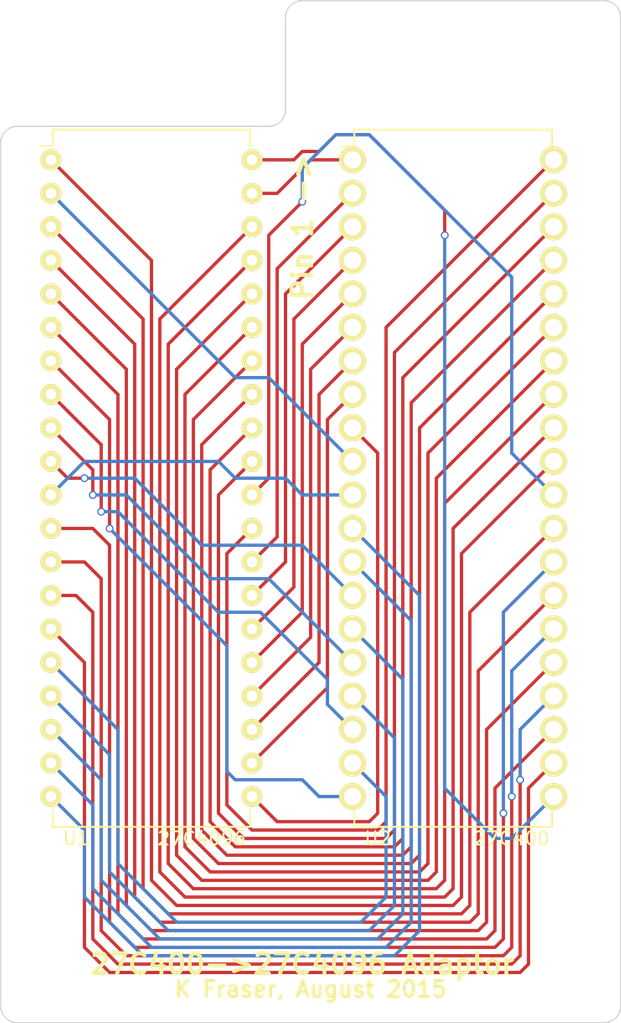
<source format=kicad_pcb>
(kicad_pcb (version 4) (host pcbnew "(after 2015-may-25 BZR unknown)-product")

  (general
    (links 40)
    (no_connects 0)
    (area 114.249999 52.019999 161.340001 129.590001)
    (thickness 1.6)
    (drawings 15)
    (tracks 262)
    (zones 0)
    (modules 2)
    (nets 41)
  )

  (page A4)
  (layers
    (0 F.Cu signal)
    (31 B.Cu signal)
    (32 B.Adhes user)
    (33 F.Adhes user)
    (34 B.Paste user)
    (35 F.Paste user)
    (36 B.SilkS user)
    (37 F.SilkS user)
    (38 B.Mask user)
    (39 F.Mask user)
    (40 Dwgs.User user)
    (41 Cmts.User user)
    (42 Eco1.User user)
    (43 Eco2.User user)
    (44 Edge.Cuts user)
    (45 Margin user)
    (46 B.CrtYd user)
    (47 F.CrtYd user)
    (48 B.Fab user)
    (49 F.Fab user)
  )

  (setup
    (last_trace_width 0.25)
    (trace_clearance 0.2)
    (zone_clearance 0.508)
    (zone_45_only no)
    (trace_min 0.2)
    (segment_width 0.2)
    (edge_width 0.1)
    (via_size 0.6)
    (via_drill 0.4)
    (via_min_size 0.4)
    (via_min_drill 0.3)
    (uvia_size 0.3)
    (uvia_drill 0.1)
    (uvias_allowed no)
    (uvia_min_size 0.2)
    (uvia_min_drill 0.1)
    (pcb_text_width 0.3)
    (pcb_text_size 1.5 1.5)
    (mod_edge_width 0.15)
    (mod_text_size 1 1)
    (mod_text_width 0.15)
    (pad_size 2.05 2.05)
    (pad_drill 1.3)
    (pad_to_mask_clearance 0)
    (aux_axis_origin 0 0)
    (visible_elements FFFFFF7F)
    (pcbplotparams
      (layerselection 0x00030_80000001)
      (usegerberextensions false)
      (excludeedgelayer true)
      (linewidth 0.100000)
      (plotframeref false)
      (viasonmask false)
      (mode 1)
      (useauxorigin false)
      (hpglpennumber 1)
      (hpglpenspeed 20)
      (hpglpendiameter 15)
      (hpglpenoverlay 2)
      (psnegative false)
      (psa4output false)
      (plotreference true)
      (plotvalue true)
      (plotinvisibletext false)
      (padsonsilk false)
      (subtractmaskfromsilk false)
      (outputformat 1)
      (mirror false)
      (drillshape 1)
      (scaleselection 1)
      (outputdirectory ""))
  )

  (net 0 "")
  (net 1 /P1)
  (net 2 /P2)
  (net 3 /P3)
  (net 4 /P4)
  (net 5 /P5)
  (net 6 /P6)
  (net 7 /P7)
  (net 8 /P8)
  (net 9 /P9)
  (net 10 /P10)
  (net 11 /P11)
  (net 12 /P12)
  (net 13 /P13)
  (net 14 /P14)
  (net 15 /P15)
  (net 16 /P16)
  (net 17 /P17)
  (net 18 /P18)
  (net 19 /P19)
  (net 20 /P20)
  (net 21 /P21)
  (net 22 /P22)
  (net 23 /P23)
  (net 24 /P24)
  (net 25 /P25)
  (net 26 /P26)
  (net 27 /P27)
  (net 28 /P28)
  (net 29 /P29)
  (net 30 /P30)
  (net 31 /P31)
  (net 32 /P32)
  (net 33 /P33)
  (net 34 /P34)
  (net 35 /P35)
  (net 36 /P36)
  (net 37 /P37)
  (net 38 /P38)
  (net 39 /P39)
  (net 40 /P40)

  (net_class Default "This is the default net class."
    (clearance 0.2)
    (trace_width 0.25)
    (via_dia 0.6)
    (via_drill 0.4)
    (uvia_dia 0.3)
    (uvia_drill 0.1)
    (add_net /P1)
    (add_net /P10)
    (add_net /P11)
    (add_net /P12)
    (add_net /P13)
    (add_net /P14)
    (add_net /P15)
    (add_net /P16)
    (add_net /P17)
    (add_net /P18)
    (add_net /P19)
    (add_net /P2)
    (add_net /P20)
    (add_net /P21)
    (add_net /P22)
    (add_net /P23)
    (add_net /P24)
    (add_net /P25)
    (add_net /P26)
    (add_net /P27)
    (add_net /P28)
    (add_net /P29)
    (add_net /P3)
    (add_net /P30)
    (add_net /P31)
    (add_net /P32)
    (add_net /P33)
    (add_net /P34)
    (add_net /P35)
    (add_net /P36)
    (add_net /P37)
    (add_net /P38)
    (add_net /P39)
    (add_net /P4)
    (add_net /P40)
    (add_net /P5)
    (add_net /P6)
    (add_net /P7)
    (add_net /P8)
    (add_net /P9)
  )

  (module FF:27C4096 (layer F.Cu) (tedit 55AF61EA) (tstamp 55AF5648)
    (at 118.11 64.135)
    (descr "40-lead dip package, row spacing 15.24 mm (600 mils)")
    (tags "dil dip 2.54 600")
    (path /55AF4EC7)
    (fp_text reference U1 (at 1.905 51.435) (layer F.SilkS)
      (effects (font (size 1 1) (thickness 0.15)))
    )
    (fp_text value 27C4096 (at 11.43 51.435) (layer F.SilkS)
      (effects (font (size 1 1) (thickness 0.15)))
    )
    (fp_line (start -1.05 -2.45) (end -1.05 50.75) (layer F.CrtYd) (width 0.05))
    (fp_line (start 16.3 -2.45) (end 16.3 50.75) (layer F.CrtYd) (width 0.05))
    (fp_line (start -1.05 -2.45) (end 16.3 -2.45) (layer F.CrtYd) (width 0.05))
    (fp_line (start -1.05 50.75) (end 16.3 50.75) (layer F.CrtYd) (width 0.05))
    (fp_line (start 0.135 -2.295) (end 0.135 -1.025) (layer F.SilkS) (width 0.15))
    (fp_line (start 15.105 -2.295) (end 15.105 -1.025) (layer F.SilkS) (width 0.15))
    (fp_line (start 15.105 50.555) (end 15.105 49.285) (layer F.SilkS) (width 0.15))
    (fp_line (start 0.135 50.555) (end 0.135 49.285) (layer F.SilkS) (width 0.15))
    (fp_line (start 0.135 -2.295) (end 15.105 -2.295) (layer F.SilkS) (width 0.15))
    (fp_line (start 0.135 50.555) (end 15.105 50.555) (layer F.SilkS) (width 0.15))
    (fp_line (start 0.135 -1.025) (end -0.8 -1.025) (layer F.SilkS) (width 0.15))
    (pad 1 thru_hole oval (at 0 0) (size 1.6 1.6) (drill 0.8) (layers *.Cu *.Mask F.SilkS)
      (net 1 /P1))
    (pad 2 thru_hole oval (at 0 2.54) (size 1.6 1.6) (drill 0.8) (layers *.Cu *.Mask F.SilkS)
      (net 2 /P2))
    (pad 3 thru_hole oval (at 0 5.08) (size 1.6 1.6) (drill 0.8) (layers *.Cu *.Mask F.SilkS)
      (net 3 /P3))
    (pad 4 thru_hole oval (at 0 7.62) (size 1.6 1.6) (drill 0.8) (layers *.Cu *.Mask F.SilkS)
      (net 4 /P4))
    (pad 5 thru_hole oval (at 0 10.16) (size 1.6 1.6) (drill 0.8) (layers *.Cu *.Mask F.SilkS)
      (net 5 /P5))
    (pad 6 thru_hole oval (at 0 12.7) (size 1.6 1.6) (drill 0.8) (layers *.Cu *.Mask F.SilkS)
      (net 6 /P6))
    (pad 7 thru_hole oval (at 0 15.24) (size 1.6 1.6) (drill 0.8) (layers *.Cu *.Mask F.SilkS)
      (net 7 /P7))
    (pad 8 thru_hole oval (at 0 17.78) (size 1.6 1.6) (drill 0.8) (layers *.Cu *.Mask F.SilkS)
      (net 8 /P8))
    (pad 9 thru_hole oval (at 0 20.32) (size 1.6 1.6) (drill 0.8) (layers *.Cu *.Mask F.SilkS)
      (net 9 /P9))
    (pad 10 thru_hole oval (at 0 22.86) (size 1.6 1.6) (drill 0.8) (layers *.Cu *.Mask F.SilkS)
      (net 10 /P10))
    (pad 11 thru_hole oval (at 0 25.4) (size 1.6 1.6) (drill 0.8) (layers *.Cu *.Mask F.SilkS)
      (net 11 /P11))
    (pad 12 thru_hole oval (at 0 27.94) (size 1.6 1.6) (drill 0.8) (layers *.Cu *.Mask F.SilkS)
      (net 12 /P12))
    (pad 13 thru_hole oval (at 0 30.48) (size 1.6 1.6) (drill 0.8) (layers *.Cu *.Mask F.SilkS)
      (net 13 /P13))
    (pad 14 thru_hole oval (at 0 33.02) (size 1.6 1.6) (drill 0.8) (layers *.Cu *.Mask F.SilkS)
      (net 14 /P14))
    (pad 15 thru_hole oval (at 0 35.56) (size 1.6 1.6) (drill 0.8) (layers *.Cu *.Mask F.SilkS)
      (net 15 /P15))
    (pad 16 thru_hole oval (at 0 38.1) (size 1.6 1.6) (drill 0.8) (layers *.Cu *.Mask F.SilkS)
      (net 16 /P16))
    (pad 17 thru_hole oval (at 0 40.64) (size 1.6 1.6) (drill 0.8) (layers *.Cu *.Mask F.SilkS)
      (net 17 /P17))
    (pad 18 thru_hole oval (at 0 43.18) (size 1.6 1.6) (drill 0.8) (layers *.Cu *.Mask F.SilkS)
      (net 18 /P18))
    (pad 19 thru_hole oval (at 0 45.72) (size 1.6 1.6) (drill 0.8) (layers *.Cu *.Mask F.SilkS)
      (net 19 /P19))
    (pad 20 thru_hole oval (at 0 48.26) (size 1.6 1.6) (drill 0.8) (layers *.Cu *.Mask F.SilkS)
      (net 20 /P20))
    (pad 21 thru_hole oval (at 15.24 48.26) (size 1.6 1.6) (drill 0.8) (layers *.Cu *.Mask F.SilkS)
      (net 21 /P21))
    (pad 22 thru_hole oval (at 15.24 45.72) (size 1.6 1.6) (drill 0.8) (layers *.Cu *.Mask F.SilkS)
      (net 22 /P22))
    (pad 23 thru_hole oval (at 15.24 43.18) (size 1.6 1.6) (drill 0.8) (layers *.Cu *.Mask F.SilkS)
      (net 23 /P23))
    (pad 24 thru_hole oval (at 15.24 40.64) (size 1.6 1.6) (drill 0.8) (layers *.Cu *.Mask F.SilkS)
      (net 24 /P24))
    (pad 25 thru_hole oval (at 15.24 38.1) (size 1.6 1.6) (drill 0.8) (layers *.Cu *.Mask F.SilkS)
      (net 25 /P25))
    (pad 26 thru_hole oval (at 15.24 35.56) (size 1.6 1.6) (drill 0.8) (layers *.Cu *.Mask F.SilkS)
      (net 26 /P26))
    (pad 27 thru_hole oval (at 15.24 33.02) (size 1.6 1.6) (drill 0.8) (layers *.Cu *.Mask F.SilkS)
      (net 27 /P27))
    (pad 28 thru_hole oval (at 15.24 30.48) (size 1.6 1.6) (drill 0.8) (layers *.Cu *.Mask F.SilkS)
      (net 28 /P28))
    (pad 29 thru_hole oval (at 15.24 27.94) (size 1.6 1.6) (drill 0.8) (layers *.Cu *.Mask F.SilkS)
      (net 29 /P29))
    (pad 30 thru_hole oval (at 15.24 25.4) (size 1.6 1.6) (drill 0.8) (layers *.Cu *.Mask F.SilkS)
      (net 30 /P30))
    (pad 31 thru_hole oval (at 15.24 22.86) (size 1.6 1.6) (drill 0.8) (layers *.Cu *.Mask F.SilkS)
      (net 31 /P31))
    (pad 32 thru_hole oval (at 15.24 20.32) (size 1.6 1.6) (drill 0.8) (layers *.Cu *.Mask F.SilkS)
      (net 32 /P32))
    (pad 33 thru_hole oval (at 15.24 17.78) (size 1.6 1.6) (drill 0.8) (layers *.Cu *.Mask F.SilkS)
      (net 33 /P33))
    (pad 34 thru_hole oval (at 15.24 15.24) (size 1.6 1.6) (drill 0.8) (layers *.Cu *.Mask F.SilkS)
      (net 34 /P34))
    (pad 35 thru_hole oval (at 15.24 12.7) (size 1.6 1.6) (drill 0.8) (layers *.Cu *.Mask F.SilkS)
      (net 35 /P35))
    (pad 36 thru_hole oval (at 15.24 10.16) (size 1.6 1.6) (drill 0.8) (layers *.Cu *.Mask F.SilkS)
      (net 36 /P36))
    (pad 37 thru_hole oval (at 15.24 7.62) (size 1.6 1.6) (drill 0.8) (layers *.Cu *.Mask F.SilkS)
      (net 37 /P37))
    (pad 38 thru_hole oval (at 15.24 5.08) (size 1.6 1.6) (drill 0.8) (layers *.Cu *.Mask F.SilkS)
      (net 38 /P38))
    (pad 39 thru_hole oval (at 15.24 2.54) (size 1.6 1.6) (drill 0.8) (layers *.Cu *.Mask F.SilkS)
      (net 39 /P39))
    (pad 40 thru_hole oval (at 15.24 0) (size 1.6 1.6) (drill 0.8) (layers *.Cu *.Mask F.SilkS)
      (net 40 /P40))
    (model Housings_DIP.3dshapes/DIP-40_W15.24mm.wrl
      (at (xyz 0 0 0))
      (scale (xyz 1 1 1))
      (rotate (xyz 0 0 0))
    )
  )

  (module FF:27C400 (layer F.Cu) (tedit 55AF61FA) (tstamp 55AF5674)
    (at 140.97 64.135)
    (descr "40-lead dip package, row spacing 15.24 mm (600 mils)")
    (tags "dil dip 2.54 600")
    (path /55AF4F2A)
    (fp_text reference U2 (at 1.905 51.435) (layer F.SilkS)
      (effects (font (size 1 1) (thickness 0.15)))
    )
    (fp_text value 27C400 (at 12.065 51.435) (layer F.SilkS)
      (effects (font (size 1 1) (thickness 0.15)))
    )
    (fp_line (start -1.05 -2.45) (end -1.05 50.75) (layer F.CrtYd) (width 0.05))
    (fp_line (start 16.3 -2.45) (end 16.3 50.75) (layer F.CrtYd) (width 0.05))
    (fp_line (start -1.05 -2.45) (end 16.3 -2.45) (layer F.CrtYd) (width 0.05))
    (fp_line (start -1.05 50.75) (end 16.3 50.75) (layer F.CrtYd) (width 0.05))
    (fp_line (start 0.135 -2.295) (end 0.135 -1.025) (layer F.SilkS) (width 0.15))
    (fp_line (start 15.105 -2.295) (end 15.105 -1.025) (layer F.SilkS) (width 0.15))
    (fp_line (start 15.105 50.555) (end 15.105 49.285) (layer F.SilkS) (width 0.15))
    (fp_line (start 0.135 50.555) (end 0.135 49.285) (layer F.SilkS) (width 0.15))
    (fp_line (start 0.135 -2.295) (end 15.105 -2.295) (layer F.SilkS) (width 0.15))
    (fp_line (start 0.135 50.555) (end 15.105 50.555) (layer F.SilkS) (width 0.15))
    (fp_line (start 0.135 -1.025) (end -0.8 -1.025) (layer F.SilkS) (width 0.15))
    (pad 1 thru_hole oval (at 0 0) (size 2.05 2.05) (drill 1.3) (layers *.Cu *.Mask F.SilkS)
      (net 39 /P39))
    (pad 2 thru_hole oval (at 0 2.54) (size 2.05 2.05) (drill 1.3) (layers *.Cu *.Mask F.SilkS)
      (net 28 /P28))
    (pad 3 thru_hole oval (at 0 5.08) (size 2.05 2.05) (drill 1.3) (layers *.Cu *.Mask F.SilkS)
      (net 27 /P27))
    (pad 4 thru_hole oval (at 0 7.62) (size 2.05 2.05) (drill 1.3) (layers *.Cu *.Mask F.SilkS)
      (net 26 /P26))
    (pad 5 thru_hole oval (at 0 10.16) (size 2.05 2.05) (drill 1.3) (layers *.Cu *.Mask F.SilkS)
      (net 25 /P25))
    (pad 6 thru_hole oval (at 0 12.7) (size 2.05 2.05) (drill 1.3) (layers *.Cu *.Mask F.SilkS)
      (net 24 /P24))
    (pad 7 thru_hole oval (at 0 15.24) (size 2.05 2.05) (drill 1.3) (layers *.Cu *.Mask F.SilkS)
      (net 23 /P23))
    (pad 8 thru_hole oval (at 0 17.78) (size 2.05 2.05) (drill 1.3) (layers *.Cu *.Mask F.SilkS)
      (net 22 /P22))
    (pad 9 thru_hole oval (at 0 20.32) (size 2.05 2.05) (drill 1.3) (layers *.Cu *.Mask F.SilkS)
      (net 21 /P21))
    (pad 10 thru_hole oval (at 0 22.86) (size 2.05 2.05) (drill 1.3) (layers *.Cu *.Mask F.SilkS)
      (net 2 /P2))
    (pad 11 thru_hole oval (at 0 25.4) (size 2.05 2.05) (drill 1.3) (layers *.Cu *.Mask F.SilkS)
      (net 11 /P11))
    (pad 12 thru_hole oval (at 0 27.94) (size 2.05 2.05) (drill 1.3) (layers *.Cu *.Mask F.SilkS)
      (net 20 /P20))
    (pad 13 thru_hole oval (at 0 30.48) (size 2.05 2.05) (drill 1.3) (layers *.Cu *.Mask F.SilkS)
      (net 19 /P19))
    (pad 14 thru_hole oval (at 0 33.02) (size 2.05 2.05) (drill 1.3) (layers *.Cu *.Mask F.SilkS)
      (net 10 /P10))
    (pad 15 thru_hole oval (at 0 35.56) (size 2.05 2.05) (drill 1.3) (layers *.Cu *.Mask F.SilkS)
      (net 18 /P18))
    (pad 16 thru_hole oval (at 0 38.1) (size 2.05 2.05) (drill 1.3) (layers *.Cu *.Mask F.SilkS)
      (net 9 /P9))
    (pad 17 thru_hole oval (at 0 40.64) (size 2.05 2.05) (drill 1.3) (layers *.Cu *.Mask F.SilkS)
      (net 17 /P17))
    (pad 18 thru_hole oval (at 0 43.18) (size 2.05 2.05) (drill 1.3) (layers *.Cu *.Mask F.SilkS)
      (net 8 /P8))
    (pad 19 thru_hole oval (at 0 45.72) (size 2.05 2.05) (drill 1.3) (layers *.Cu *.Mask F.SilkS)
      (net 16 /P16))
    (pad 20 thru_hole oval (at 0 48.26) (size 2.05 2.05) (drill 1.3) (layers *.Cu *.Mask F.SilkS)
      (net 7 /P7))
    (pad 21 thru_hole oval (at 15.24 48.26) (size 2.05 2.05) (drill 1.3) (layers *.Cu *.Mask F.SilkS)
      (net 40 /P40))
    (pad 22 thru_hole oval (at 15.24 45.72) (size 2.05 2.05) (drill 1.3) (layers *.Cu *.Mask F.SilkS)
      (net 15 /P15))
    (pad 23 thru_hole oval (at 15.24 43.18) (size 2.05 2.05) (drill 1.3) (layers *.Cu *.Mask F.SilkS)
      (net 6 /P6))
    (pad 24 thru_hole oval (at 15.24 40.64) (size 2.05 2.05) (drill 1.3) (layers *.Cu *.Mask F.SilkS)
      (net 14 /P14))
    (pad 25 thru_hole oval (at 15.24 38.1) (size 2.05 2.05) (drill 1.3) (layers *.Cu *.Mask F.SilkS)
      (net 5 /P5))
    (pad 26 thru_hole oval (at 15.24 35.56) (size 2.05 2.05) (drill 1.3) (layers *.Cu *.Mask F.SilkS)
      (net 13 /P13))
    (pad 27 thru_hole oval (at 15.24 33.02) (size 2.05 2.05) (drill 1.3) (layers *.Cu *.Mask F.SilkS)
      (net 4 /P4))
    (pad 28 thru_hole oval (at 15.24 30.48) (size 2.05 2.05) (drill 1.3) (layers *.Cu *.Mask F.SilkS)
      (net 12 /P12))
    (pad 29 thru_hole oval (at 15.24 27.94) (size 2.05 2.05) (drill 1.3) (layers *.Cu *.Mask F.SilkS)
      (net 3 /P3))
    (pad 30 thru_hole oval (at 15.24 25.4) (size 2.05 2.05) (drill 1.3) (layers *.Cu *.Mask F.SilkS)
      (net 30 /P30))
    (pad 31 thru_hole oval (at 15.24 22.86) (size 2.05 2.05) (drill 1.3) (layers *.Cu *.Mask F.SilkS)
      (net 1 /P1))
    (pad 32 thru_hole oval (at 15.24 20.32) (size 2.05 2.05) (drill 1.3) (layers *.Cu *.Mask F.SilkS)
      (net 38 /P38))
    (pad 33 thru_hole oval (at 15.24 17.78) (size 2.05 2.05) (drill 1.3) (layers *.Cu *.Mask F.SilkS)
      (net 37 /P37))
    (pad 34 thru_hole oval (at 15.24 15.24) (size 2.05 2.05) (drill 1.3) (layers *.Cu *.Mask F.SilkS)
      (net 36 /P36))
    (pad 35 thru_hole oval (at 15.24 12.7) (size 2.05 2.05) (drill 1.3) (layers *.Cu *.Mask F.SilkS)
      (net 35 /P35))
    (pad 36 thru_hole oval (at 15.24 10.16) (size 2.05 2.05) (drill 1.3) (layers *.Cu *.Mask F.SilkS)
      (net 34 /P34))
    (pad 37 thru_hole oval (at 15.24 7.62) (size 2.05 2.05) (drill 1.3) (layers *.Cu *.Mask F.SilkS)
      (net 33 /P33))
    (pad 38 thru_hole oval (at 15.24 5.08) (size 2.05 2.05) (drill 1.3) (layers *.Cu *.Mask F.SilkS)
      (net 32 /P32))
    (pad 39 thru_hole oval (at 15.24 2.54) (size 2.05 2.05) (drill 1.3) (layers *.Cu *.Mask F.SilkS)
      (net 31 /P31))
    (pad 40 thru_hole oval (at 15.24 0) (size 2.05 2.05) (drill 1.3) (layers *.Cu *.Mask F.SilkS)
      (net 29 /P29))
    (model Housings_DIP.3dshapes/DIP-40_W15.24mm.wrl
      (at (xyz 0 0 0))
      (scale (xyz 1 1 1))
      (rotate (xyz 0 0 0))
    )
  )

  (gr_line (start 114.3 128.27) (end 114.3 62.865) (angle 90) (layer Edge.Cuts) (width 0.1))
  (gr_line (start 135.89 53.34) (end 135.89 60.325) (angle 90) (layer Edge.Cuts) (width 0.1))
  (gr_line (start 115.57 61.595) (end 134.62 61.595) (angle 90) (layer Edge.Cuts) (width 0.1))
  (gr_line (start 137.16 52.07) (end 160.02 52.07) (angle 90) (layer Edge.Cuts) (width 0.1))
  (gr_line (start 161.29 128.27) (end 161.29 53.34) (angle 90) (layer Edge.Cuts) (width 0.1))
  (gr_line (start 115.57 129.54) (end 160.02 129.54) (angle 90) (layer Edge.Cuts) (width 0.1))
  (gr_arc (start 115.57 62.865) (end 114.3 62.865) (angle 90) (layer Edge.Cuts) (width 0.1))
  (gr_arc (start 134.62 60.325) (end 135.89 60.325) (angle 90) (layer Edge.Cuts) (width 0.1))
  (gr_arc (start 137.16 53.34) (end 135.89 53.34) (angle 90) (layer Edge.Cuts) (width 0.1))
  (gr_arc (start 160.02 53.34) (end 160.02 52.07) (angle 90) (layer Edge.Cuts) (width 0.1))
  (gr_arc (start 160.02 128.27) (end 161.29 128.27) (angle 90) (layer Edge.Cuts) (width 0.1))
  (gr_arc (start 115.57 128.27) (end 115.57 129.54) (angle 90) (layer Edge.Cuts) (width 0.1))
  (gr_text "Pin 1 ->" (at 137.16 69.215 90) (layer F.SilkS)
    (effects (font (size 1.5 1.5) (thickness 0.3)))
  )
  (gr_text "K Fraser, August 2015" (at 137.795 127) (layer F.SilkS)
    (effects (font (size 1.2 1.2) (thickness 0.25)))
  )
  (gr_text "27C400->27C4096 Adaptor" (at 137.16 125.095) (layer F.SilkS)
    (effects (font (size 1.5 1.5) (thickness 0.3)))
  )

  (segment (start 118.11 64.135) (end 125.73 71.755) (width 0.25) (layer F.Cu) (net 1))
  (segment (start 149.225 93.98) (end 156.21 86.995) (width 0.25) (layer F.Cu) (net 1) (tstamp 55AF5B3A))
  (segment (start 149.225 120.015) (end 149.225 93.98) (width 0.25) (layer F.Cu) (net 1) (tstamp 55AF5B36))
  (segment (start 148.59 120.65) (end 149.225 120.015) (width 0.25) (layer F.Cu) (net 1) (tstamp 55AF5B35))
  (segment (start 127.635 120.65) (end 148.59 120.65) (width 0.25) (layer F.Cu) (net 1) (tstamp 55AF5B30))
  (segment (start 125.73 118.745) (end 127.635 120.65) (width 0.25) (layer F.Cu) (net 1) (tstamp 55AF5B2B))
  (segment (start 125.73 71.755) (end 125.73 118.745) (width 0.25) (layer F.Cu) (net 1) (tstamp 55AF5B26))
  (segment (start 118.11 66.675) (end 132.08 80.645) (width 0.25) (layer B.Cu) (net 2))
  (segment (start 134.62 80.645) (end 140.97 86.995) (width 0.25) (layer B.Cu) (net 2) (tstamp 55AF5D43))
  (segment (start 132.08 80.645) (end 134.62 80.645) (width 0.25) (layer B.Cu) (net 2) (tstamp 55AF5D39))
  (segment (start 118.11 69.215) (end 125.095 76.2) (width 0.25) (layer F.Cu) (net 3))
  (segment (start 149.86 98.425) (end 156.21 92.075) (width 0.25) (layer F.Cu) (net 3) (tstamp 55AF5B6F))
  (segment (start 149.86 120.65) (end 149.86 98.425) (width 0.25) (layer F.Cu) (net 3) (tstamp 55AF5B6A))
  (segment (start 149.225 121.285) (end 149.86 120.65) (width 0.25) (layer F.Cu) (net 3) (tstamp 55AF5B69))
  (segment (start 127 121.285) (end 149.225 121.285) (width 0.25) (layer F.Cu) (net 3) (tstamp 55AF5B66))
  (segment (start 125.095 119.38) (end 127 121.285) (width 0.25) (layer F.Cu) (net 3) (tstamp 55AF5B5D))
  (segment (start 125.095 76.2) (end 125.095 119.38) (width 0.25) (layer F.Cu) (net 3) (tstamp 55AF5B5B))
  (segment (start 118.11 71.755) (end 124.46 78.105) (width 0.25) (layer F.Cu) (net 4))
  (segment (start 150.495 102.87) (end 156.21 97.155) (width 0.25) (layer F.Cu) (net 4) (tstamp 55AF5BCF))
  (segment (start 150.495 121.285) (end 150.495 102.87) (width 0.25) (layer F.Cu) (net 4) (tstamp 55AF5BCB))
  (segment (start 149.86 121.92) (end 150.495 121.285) (width 0.25) (layer F.Cu) (net 4) (tstamp 55AF5BCA))
  (segment (start 126.365 121.92) (end 149.86 121.92) (width 0.25) (layer F.Cu) (net 4) (tstamp 55AF5BC8))
  (segment (start 124.46 120.015) (end 126.365 121.92) (width 0.25) (layer F.Cu) (net 4) (tstamp 55AF5BC2))
  (segment (start 124.46 78.105) (end 124.46 120.015) (width 0.25) (layer F.Cu) (net 4) (tstamp 55AF5BBE))
  (segment (start 118.11 74.295) (end 123.825 80.01) (width 0.25) (layer F.Cu) (net 5))
  (segment (start 151.13 107.315) (end 156.21 102.235) (width 0.25) (layer F.Cu) (net 5) (tstamp 55AF5BF9))
  (segment (start 151.13 121.92) (end 151.13 107.315) (width 0.25) (layer F.Cu) (net 5) (tstamp 55AF5BF2))
  (segment (start 150.495 122.555) (end 151.13 121.92) (width 0.25) (layer F.Cu) (net 5) (tstamp 55AF5BF1))
  (segment (start 125.73 122.555) (end 150.495 122.555) (width 0.25) (layer F.Cu) (net 5) (tstamp 55AF5BEE))
  (segment (start 123.825 120.65) (end 125.73 122.555) (width 0.25) (layer F.Cu) (net 5) (tstamp 55AF5BE9))
  (segment (start 123.825 80.01) (end 123.825 120.65) (width 0.25) (layer F.Cu) (net 5) (tstamp 55AF5BE4))
  (segment (start 118.11 76.835) (end 123.19 81.915) (width 0.25) (layer F.Cu) (net 6))
  (segment (start 151.765 111.76) (end 156.21 107.315) (width 0.25) (layer F.Cu) (net 6) (tstamp 55AF5C13))
  (segment (start 151.765 122.555) (end 151.765 111.76) (width 0.25) (layer F.Cu) (net 6) (tstamp 55AF5C10))
  (segment (start 151.13 123.19) (end 151.765 122.555) (width 0.25) (layer F.Cu) (net 6) (tstamp 55AF5C0F))
  (segment (start 125.095 123.19) (end 151.13 123.19) (width 0.25) (layer F.Cu) (net 6) (tstamp 55AF5C0C))
  (segment (start 123.19 121.285) (end 125.095 123.19) (width 0.25) (layer F.Cu) (net 6) (tstamp 55AF5C07))
  (segment (start 123.19 81.915) (end 123.19 121.285) (width 0.25) (layer F.Cu) (net 6) (tstamp 55AF5C04))
  (segment (start 118.11 79.375) (end 122.555 83.82) (width 0.25) (layer F.Cu) (net 7))
  (segment (start 138.43 112.395) (end 140.97 112.395) (width 0.25) (layer B.Cu) (net 7) (tstamp 55AF6012))
  (segment (start 137.16 111.125) (end 138.43 112.395) (width 0.25) (layer B.Cu) (net 7) (tstamp 55AF600F))
  (segment (start 132.08 111.125) (end 137.16 111.125) (width 0.25) (layer B.Cu) (net 7) (tstamp 55AF600B))
  (segment (start 131.445 110.49) (end 132.08 111.125) (width 0.25) (layer B.Cu) (net 7) (tstamp 55AF6006))
  (segment (start 131.445 100.965) (end 131.445 110.49) (width 0.25) (layer B.Cu) (net 7) (tstamp 55AF6003))
  (segment (start 122.555 92.075) (end 131.445 100.965) (width 0.25) (layer B.Cu) (net 7) (tstamp 55AF6002))
  (via (at 122.555 92.075) (size 0.6) (drill 0.4) (layers F.Cu B.Cu) (net 7))
  (segment (start 122.555 83.82) (end 122.555 92.075) (width 0.25) (layer F.Cu) (net 7) (tstamp 55AF5FF4))
  (segment (start 118.11 81.915) (end 121.92 85.725) (width 0.25) (layer F.Cu) (net 8))
  (segment (start 139.065 105.41) (end 140.97 107.315) (width 0.25) (layer B.Cu) (net 8) (tstamp 55AF6043))
  (segment (start 139.065 103.505) (end 139.065 105.41) (width 0.25) (layer B.Cu) (net 8) (tstamp 55AF603E))
  (segment (start 133.985 98.425) (end 139.065 103.505) (width 0.25) (layer B.Cu) (net 8) (tstamp 55AF6035))
  (segment (start 130.81 98.425) (end 133.985 98.425) (width 0.25) (layer B.Cu) (net 8) (tstamp 55AF6030))
  (segment (start 123.19 90.805) (end 130.81 98.425) (width 0.25) (layer B.Cu) (net 8) (tstamp 55AF6028))
  (segment (start 121.92 90.805) (end 123.19 90.805) (width 0.25) (layer B.Cu) (net 8) (tstamp 55AF6027))
  (via (at 121.92 90.805) (size 0.6) (drill 0.4) (layers F.Cu B.Cu) (net 8))
  (segment (start 121.92 85.725) (end 121.92 90.805) (width 0.25) (layer F.Cu) (net 8) (tstamp 55AF6016))
  (segment (start 118.11 84.455) (end 121.285 87.63) (width 0.25) (layer F.Cu) (net 9))
  (segment (start 134.62 95.885) (end 140.97 102.235) (width 0.25) (layer B.Cu) (net 9) (tstamp 55AF6059))
  (segment (start 130.175 95.885) (end 134.62 95.885) (width 0.25) (layer B.Cu) (net 9) (tstamp 55AF6050))
  (segment (start 123.825 89.535) (end 130.175 95.885) (width 0.25) (layer B.Cu) (net 9) (tstamp 55AF604F))
  (segment (start 121.285 89.535) (end 123.825 89.535) (width 0.25) (layer B.Cu) (net 9) (tstamp 55AF604E))
  (via (at 121.285 89.535) (size 0.6) (drill 0.4) (layers F.Cu B.Cu) (net 9))
  (segment (start 121.285 87.63) (end 121.285 89.535) (width 0.25) (layer F.Cu) (net 9) (tstamp 55AF6047))
  (segment (start 118.11 86.995) (end 119.38 88.265) (width 0.25) (layer F.Cu) (net 10))
  (segment (start 137.16 93.345) (end 140.97 97.155) (width 0.25) (layer B.Cu) (net 10) (tstamp 55AF607B))
  (segment (start 129.54 93.345) (end 137.16 93.345) (width 0.25) (layer B.Cu) (net 10) (tstamp 55AF6076))
  (segment (start 124.46 88.265) (end 129.54 93.345) (width 0.25) (layer B.Cu) (net 10) (tstamp 55AF6074))
  (segment (start 120.65 88.265) (end 124.46 88.265) (width 0.25) (layer B.Cu) (net 10) (tstamp 55AF6073))
  (via (at 120.65 88.265) (size 0.6) (drill 0.4) (layers F.Cu B.Cu) (net 10))
  (segment (start 119.38 88.265) (end 120.65 88.265) (width 0.25) (layer F.Cu) (net 10) (tstamp 55AF605F))
  (segment (start 118.11 89.535) (end 120.65 86.995) (width 0.25) (layer B.Cu) (net 11))
  (segment (start 137.16 89.535) (end 140.97 89.535) (width 0.25) (layer B.Cu) (net 11) (tstamp 55AF60AD))
  (segment (start 135.89 88.265) (end 137.16 89.535) (width 0.25) (layer B.Cu) (net 11) (tstamp 55AF60AB))
  (segment (start 132.08 88.265) (end 135.89 88.265) (width 0.25) (layer B.Cu) (net 11) (tstamp 55AF60A6))
  (segment (start 130.81 86.995) (end 132.08 88.265) (width 0.25) (layer B.Cu) (net 11) (tstamp 55AF60A3))
  (segment (start 120.65 86.995) (end 130.81 86.995) (width 0.25) (layer B.Cu) (net 11) (tstamp 55AF60A1))
  (segment (start 152.4 113.665) (end 152.4 98.425) (width 0.25) (layer B.Cu) (net 12))
  (segment (start 121.285 92.075) (end 122.555 93.345) (width 0.25) (layer F.Cu) (net 12) (tstamp 55AF5D7E))
  (segment (start 122.555 93.345) (end 122.555 121.92) (width 0.25) (layer F.Cu) (net 12) (tstamp 55AF5D84))
  (segment (start 122.555 121.92) (end 124.46 123.825) (width 0.25) (layer F.Cu) (net 12) (tstamp 55AF5D88))
  (segment (start 124.46 123.825) (end 151.765 123.825) (width 0.25) (layer F.Cu) (net 12) (tstamp 55AF5D8A))
  (segment (start 151.765 123.825) (end 152.4 123.19) (width 0.25) (layer F.Cu) (net 12) (tstamp 55AF5D8D))
  (segment (start 152.4 123.19) (end 152.4 113.665) (width 0.25) (layer F.Cu) (net 12) (tstamp 55AF5D8E))
  (via (at 152.4 113.665) (size 0.6) (drill 0.4) (layers F.Cu B.Cu) (net 12))
  (segment (start 118.11 92.075) (end 121.285 92.075) (width 0.25) (layer F.Cu) (net 12))
  (segment (start 152.4 98.425) (end 156.21 94.615) (width 0.25) (layer B.Cu) (net 12) (tstamp 55AF5DBD))
  (segment (start 118.11 94.615) (end 120.65 94.615) (width 0.25) (layer F.Cu) (net 13))
  (segment (start 153.035 102.87) (end 156.21 99.695) (width 0.25) (layer B.Cu) (net 13) (tstamp 55AF5DDE))
  (segment (start 153.035 112.395) (end 153.035 102.87) (width 0.25) (layer B.Cu) (net 13) (tstamp 55AF5DDD))
  (via (at 153.035 112.395) (size 0.6) (drill 0.4) (layers F.Cu B.Cu) (net 13))
  (segment (start 153.035 123.825) (end 153.035 112.395) (width 0.25) (layer F.Cu) (net 13) (tstamp 55AF5DD9))
  (segment (start 152.4 124.46) (end 153.035 123.825) (width 0.25) (layer F.Cu) (net 13) (tstamp 55AF5DD8))
  (segment (start 123.825 124.46) (end 152.4 124.46) (width 0.25) (layer F.Cu) (net 13) (tstamp 55AF5DD5))
  (segment (start 121.92 122.555) (end 123.825 124.46) (width 0.25) (layer F.Cu) (net 13) (tstamp 55AF5DD3))
  (segment (start 121.92 95.885) (end 121.92 122.555) (width 0.25) (layer F.Cu) (net 13) (tstamp 55AF5DCF))
  (segment (start 120.65 94.615) (end 121.92 95.885) (width 0.25) (layer F.Cu) (net 13) (tstamp 55AF5DC9))
  (segment (start 118.11 97.155) (end 120.015 97.155) (width 0.25) (layer F.Cu) (net 14))
  (segment (start 153.67 107.315) (end 156.21 104.775) (width 0.25) (layer B.Cu) (net 14) (tstamp 55AF5DF8))
  (segment (start 153.67 111.125) (end 153.67 107.315) (width 0.25) (layer B.Cu) (net 14) (tstamp 55AF5DF7))
  (via (at 153.67 111.125) (size 0.6) (drill 0.4) (layers F.Cu B.Cu) (net 14))
  (segment (start 153.67 124.46) (end 153.67 111.125) (width 0.25) (layer F.Cu) (net 14) (tstamp 55AF5DF5))
  (segment (start 153.035 125.095) (end 153.67 124.46) (width 0.25) (layer F.Cu) (net 14) (tstamp 55AF5DF4))
  (segment (start 123.19 125.095) (end 153.035 125.095) (width 0.25) (layer F.Cu) (net 14) (tstamp 55AF5DF2))
  (segment (start 121.285 123.19) (end 123.19 125.095) (width 0.25) (layer F.Cu) (net 14) (tstamp 55AF5DEC))
  (segment (start 121.285 98.425) (end 121.285 123.19) (width 0.25) (layer F.Cu) (net 14) (tstamp 55AF5DEB))
  (segment (start 120.015 97.155) (end 121.285 98.425) (width 0.25) (layer F.Cu) (net 14) (tstamp 55AF5DE8))
  (segment (start 118.11 99.695) (end 120.65 102.235) (width 0.25) (layer F.Cu) (net 15))
  (segment (start 154.305 111.76) (end 156.21 109.855) (width 0.25) (layer F.Cu) (net 15) (tstamp 55AF5E19))
  (segment (start 154.305 125.095) (end 154.305 111.76) (width 0.25) (layer F.Cu) (net 15) (tstamp 55AF5E15))
  (segment (start 153.67 125.73) (end 154.305 125.095) (width 0.25) (layer F.Cu) (net 15) (tstamp 55AF5E14))
  (segment (start 122.555 125.73) (end 153.67 125.73) (width 0.25) (layer F.Cu) (net 15) (tstamp 55AF5E10))
  (segment (start 120.65 123.825) (end 122.555 125.73) (width 0.25) (layer F.Cu) (net 15) (tstamp 55AF5E0C))
  (segment (start 120.65 102.235) (end 120.65 123.825) (width 0.25) (layer F.Cu) (net 15) (tstamp 55AF5E07))
  (segment (start 118.11 102.235) (end 123.19 107.315) (width 0.25) (layer B.Cu) (net 16))
  (segment (start 143.51 112.395) (end 140.97 109.855) (width 0.25) (layer B.Cu) (net 16) (tstamp 55AF5EF1))
  (segment (start 143.51 120.015) (end 143.51 112.395) (width 0.25) (layer B.Cu) (net 16) (tstamp 55AF5EEE))
  (segment (start 141.605 121.92) (end 143.51 120.015) (width 0.25) (layer B.Cu) (net 16) (tstamp 55AF5EE6))
  (segment (start 127.635 121.92) (end 141.605 121.92) (width 0.25) (layer B.Cu) (net 16) (tstamp 55AF5EDA))
  (segment (start 123.19 117.475) (end 127.635 121.92) (width 0.25) (layer B.Cu) (net 16) (tstamp 55AF5EC0))
  (segment (start 123.19 107.315) (end 123.19 117.475) (width 0.25) (layer B.Cu) (net 16) (tstamp 55AF5EB0))
  (segment (start 118.11 104.775) (end 122.555 109.22) (width 0.25) (layer B.Cu) (net 17))
  (segment (start 144.145 107.95) (end 140.97 104.775) (width 0.25) (layer B.Cu) (net 17) (tstamp 55AF5F09))
  (segment (start 144.145 120.65) (end 144.145 107.95) (width 0.25) (layer B.Cu) (net 17) (tstamp 55AF5F03))
  (segment (start 142.24 122.555) (end 144.145 120.65) (width 0.25) (layer B.Cu) (net 17) (tstamp 55AF5EFF))
  (segment (start 127 122.555) (end 142.24 122.555) (width 0.25) (layer B.Cu) (net 17) (tstamp 55AF5EFC))
  (segment (start 122.555 118.11) (end 127 122.555) (width 0.25) (layer B.Cu) (net 17) (tstamp 55AF5EF7))
  (segment (start 122.555 109.22) (end 122.555 118.11) (width 0.25) (layer B.Cu) (net 17) (tstamp 55AF5EF5))
  (segment (start 118.11 107.315) (end 121.92 111.125) (width 0.25) (layer B.Cu) (net 18))
  (segment (start 144.78 103.505) (end 140.97 99.695) (width 0.25) (layer B.Cu) (net 18) (tstamp 55AF5F1F))
  (segment (start 144.78 121.285) (end 144.78 103.505) (width 0.25) (layer B.Cu) (net 18) (tstamp 55AF5F1A))
  (segment (start 142.875 123.19) (end 144.78 121.285) (width 0.25) (layer B.Cu) (net 18) (tstamp 55AF5F17))
  (segment (start 126.365 123.19) (end 142.875 123.19) (width 0.25) (layer B.Cu) (net 18) (tstamp 55AF5F14))
  (segment (start 121.92 118.745) (end 126.365 123.19) (width 0.25) (layer B.Cu) (net 18) (tstamp 55AF5F10))
  (segment (start 121.92 111.125) (end 121.92 118.745) (width 0.25) (layer B.Cu) (net 18) (tstamp 55AF5F0D))
  (segment (start 118.11 109.855) (end 121.285 113.03) (width 0.25) (layer B.Cu) (net 19))
  (segment (start 145.415 99.06) (end 140.97 94.615) (width 0.25) (layer B.Cu) (net 19) (tstamp 55AF5F36))
  (segment (start 145.415 121.92) (end 145.415 99.06) (width 0.25) (layer B.Cu) (net 19) (tstamp 55AF5F31))
  (segment (start 143.51 123.825) (end 145.415 121.92) (width 0.25) (layer B.Cu) (net 19) (tstamp 55AF5F2D))
  (segment (start 125.73 123.825) (end 143.51 123.825) (width 0.25) (layer B.Cu) (net 19) (tstamp 55AF5F2B))
  (segment (start 121.285 119.38) (end 125.73 123.825) (width 0.25) (layer B.Cu) (net 19) (tstamp 55AF5F25))
  (segment (start 121.285 113.03) (end 121.285 119.38) (width 0.25) (layer B.Cu) (net 19) (tstamp 55AF5F24))
  (segment (start 118.11 112.395) (end 120.65 114.935) (width 0.25) (layer B.Cu) (net 20))
  (segment (start 146.05 97.155) (end 140.97 92.075) (width 0.25) (layer B.Cu) (net 20) (tstamp 55AF5F4C))
  (segment (start 146.05 122.555) (end 146.05 97.155) (width 0.25) (layer B.Cu) (net 20) (tstamp 55AF5F47))
  (segment (start 144.145 124.46) (end 146.05 122.555) (width 0.25) (layer B.Cu) (net 20) (tstamp 55AF5F45))
  (segment (start 125.095 124.46) (end 144.145 124.46) (width 0.25) (layer B.Cu) (net 20) (tstamp 55AF5F43))
  (segment (start 120.65 120.015) (end 125.095 124.46) (width 0.25) (layer B.Cu) (net 20) (tstamp 55AF5F3F))
  (segment (start 120.65 114.935) (end 120.65 120.015) (width 0.25) (layer B.Cu) (net 20) (tstamp 55AF5F3B))
  (segment (start 133.35 112.395) (end 135.255 114.3) (width 0.25) (layer F.Cu) (net 21))
  (segment (start 142.875 86.36) (end 140.97 84.455) (width 0.25) (layer F.Cu) (net 21) (tstamp 55AF599E))
  (segment (start 142.875 113.665) (end 142.875 86.36) (width 0.25) (layer F.Cu) (net 21) (tstamp 55AF599A))
  (segment (start 142.24 114.3) (end 142.875 113.665) (width 0.25) (layer F.Cu) (net 21) (tstamp 55AF5991))
  (segment (start 135.255 114.3) (end 142.24 114.3) (width 0.25) (layer F.Cu) (net 21) (tstamp 55AF598A))
  (segment (start 133.35 109.855) (end 139.065 104.14) (width 0.25) (layer F.Cu) (net 22))
  (segment (start 139.065 83.82) (end 140.97 81.915) (width 0.25) (layer F.Cu) (net 22) (tstamp 55AF57B7))
  (segment (start 139.065 104.14) (end 139.065 83.82) (width 0.25) (layer F.Cu) (net 22) (tstamp 55AF57B4))
  (segment (start 133.35 107.315) (end 138.43 102.235) (width 0.25) (layer F.Cu) (net 23))
  (segment (start 138.43 81.915) (end 140.97 79.375) (width 0.25) (layer F.Cu) (net 23) (tstamp 55AF57AE))
  (segment (start 138.43 102.235) (end 138.43 81.915) (width 0.25) (layer F.Cu) (net 23) (tstamp 55AF57AC))
  (segment (start 133.35 104.775) (end 137.795 100.33) (width 0.25) (layer F.Cu) (net 24))
  (segment (start 137.795 80.01) (end 140.97 76.835) (width 0.25) (layer F.Cu) (net 24) (tstamp 55AF57A6))
  (segment (start 137.795 100.33) (end 137.795 80.01) (width 0.25) (layer F.Cu) (net 24) (tstamp 55AF57A5))
  (segment (start 133.35 102.235) (end 137.16 98.425) (width 0.25) (layer F.Cu) (net 25))
  (segment (start 137.16 78.105) (end 140.97 74.295) (width 0.25) (layer F.Cu) (net 25) (tstamp 55AF57A1))
  (segment (start 137.16 98.425) (end 137.16 78.105) (width 0.25) (layer F.Cu) (net 25) (tstamp 55AF57A0))
  (segment (start 133.35 99.695) (end 136.525 96.52) (width 0.25) (layer F.Cu) (net 26))
  (segment (start 136.525 76.2) (end 140.97 71.755) (width 0.25) (layer F.Cu) (net 26) (tstamp 55AF579C))
  (segment (start 136.525 96.52) (end 136.525 76.2) (width 0.25) (layer F.Cu) (net 26) (tstamp 55AF579B))
  (segment (start 133.35 97.155) (end 135.89 94.615) (width 0.25) (layer F.Cu) (net 27))
  (segment (start 135.89 74.295) (end 140.97 69.215) (width 0.25) (layer F.Cu) (net 27) (tstamp 55AF5797))
  (segment (start 135.89 94.615) (end 135.89 74.295) (width 0.25) (layer F.Cu) (net 27) (tstamp 55AF5796))
  (segment (start 133.35 94.615) (end 135.255 92.71) (width 0.25) (layer F.Cu) (net 28))
  (segment (start 135.255 72.39) (end 140.97 66.675) (width 0.25) (layer F.Cu) (net 28) (tstamp 55AF5792))
  (segment (start 135.255 92.71) (end 135.255 72.39) (width 0.25) (layer F.Cu) (net 28) (tstamp 55AF5791))
  (segment (start 133.35 92.075) (end 131.445 93.98) (width 0.25) (layer F.Cu) (net 29))
  (segment (start 143.51 76.835) (end 156.21 64.135) (width 0.25) (layer F.Cu) (net 29) (tstamp 55AF59FB))
  (segment (start 143.51 114.3) (end 143.51 76.835) (width 0.25) (layer F.Cu) (net 29) (tstamp 55AF59F1))
  (segment (start 142.875 114.935) (end 143.51 114.3) (width 0.25) (layer F.Cu) (net 29) (tstamp 55AF59EE))
  (segment (start 133.35 114.935) (end 142.875 114.935) (width 0.25) (layer F.Cu) (net 29) (tstamp 55AF59E2))
  (segment (start 131.445 113.03) (end 133.35 114.935) (width 0.25) (layer F.Cu) (net 29) (tstamp 55AF59D9))
  (segment (start 131.445 93.98) (end 131.445 113.03) (width 0.25) (layer F.Cu) (net 29) (tstamp 55AF59D0))
  (segment (start 133.35 89.535) (end 134.62 88.265) (width 0.25) (layer F.Cu) (net 30))
  (segment (start 153.035 86.36) (end 156.21 89.535) (width 0.25) (layer B.Cu) (net 30) (tstamp 55AF611B))
  (segment (start 153.035 73.025) (end 153.035 86.36) (width 0.25) (layer B.Cu) (net 30) (tstamp 55AF6118))
  (segment (start 142.24 62.23) (end 153.035 73.025) (width 0.25) (layer B.Cu) (net 30) (tstamp 55AF6102))
  (segment (start 139.7 62.23) (end 142.24 62.23) (width 0.25) (layer B.Cu) (net 30) (tstamp 55AF60FF))
  (segment (start 137.16 64.77) (end 139.7 62.23) (width 0.25) (layer B.Cu) (net 30) (tstamp 55AF60FE))
  (segment (start 137.16 67.31) (end 137.16 64.77) (width 0.25) (layer B.Cu) (net 30) (tstamp 55AF60FD))
  (via (at 137.16 67.31) (size 0.6) (drill 0.4) (layers F.Cu B.Cu) (net 30))
  (segment (start 134.62 69.85) (end 137.16 67.31) (width 0.25) (layer F.Cu) (net 30) (tstamp 55AF60F0))
  (segment (start 134.62 88.265) (end 134.62 69.85) (width 0.25) (layer F.Cu) (net 30) (tstamp 55AF60EF))
  (segment (start 133.35 86.995) (end 130.81 89.535) (width 0.25) (layer F.Cu) (net 31))
  (segment (start 144.145 78.74) (end 156.21 66.675) (width 0.25) (layer F.Cu) (net 31) (tstamp 55AF5A2B))
  (segment (start 144.145 114.935) (end 144.145 78.74) (width 0.25) (layer F.Cu) (net 31) (tstamp 55AF5A1C))
  (segment (start 143.51 115.57) (end 144.145 114.935) (width 0.25) (layer F.Cu) (net 31) (tstamp 55AF5A1A))
  (segment (start 132.715 115.57) (end 143.51 115.57) (width 0.25) (layer F.Cu) (net 31) (tstamp 55AF5A18))
  (segment (start 130.81 113.665) (end 132.715 115.57) (width 0.25) (layer F.Cu) (net 31) (tstamp 55AF5A13))
  (segment (start 130.81 89.535) (end 130.81 113.665) (width 0.25) (layer F.Cu) (net 31) (tstamp 55AF5A0E))
  (segment (start 133.35 84.455) (end 130.175 87.63) (width 0.25) (layer F.Cu) (net 32))
  (segment (start 144.78 80.645) (end 156.21 69.215) (width 0.25) (layer F.Cu) (net 32) (tstamp 55AF5A57))
  (segment (start 144.78 115.57) (end 144.78 80.645) (width 0.25) (layer F.Cu) (net 32) (tstamp 55AF5A50))
  (segment (start 144.145 116.205) (end 144.78 115.57) (width 0.25) (layer F.Cu) (net 32) (tstamp 55AF5A4D))
  (segment (start 132.08 116.205) (end 144.145 116.205) (width 0.25) (layer F.Cu) (net 32) (tstamp 55AF5A49))
  (segment (start 130.175 114.3) (end 132.08 116.205) (width 0.25) (layer F.Cu) (net 32) (tstamp 55AF5A42))
  (segment (start 130.175 87.63) (end 130.175 114.3) (width 0.25) (layer F.Cu) (net 32) (tstamp 55AF5A3D))
  (segment (start 133.35 81.915) (end 129.54 85.725) (width 0.25) (layer F.Cu) (net 33))
  (segment (start 145.415 82.55) (end 156.21 71.755) (width 0.25) (layer F.Cu) (net 33) (tstamp 55AF5A6E))
  (segment (start 145.415 116.205) (end 145.415 82.55) (width 0.25) (layer F.Cu) (net 33) (tstamp 55AF5A6B))
  (segment (start 144.78 116.84) (end 145.415 116.205) (width 0.25) (layer F.Cu) (net 33) (tstamp 55AF5A6A))
  (segment (start 131.445 116.84) (end 144.78 116.84) (width 0.25) (layer F.Cu) (net 33) (tstamp 55AF5A65))
  (segment (start 129.54 114.935) (end 131.445 116.84) (width 0.25) (layer F.Cu) (net 33) (tstamp 55AF5A61))
  (segment (start 129.54 85.725) (end 129.54 114.935) (width 0.25) (layer F.Cu) (net 33) (tstamp 55AF5A5D))
  (segment (start 133.35 79.375) (end 128.905 83.82) (width 0.25) (layer F.Cu) (net 34))
  (segment (start 146.05 84.455) (end 156.21 74.295) (width 0.25) (layer F.Cu) (net 34) (tstamp 55AF5A87))
  (segment (start 146.05 116.84) (end 146.05 84.455) (width 0.25) (layer F.Cu) (net 34) (tstamp 55AF5A83))
  (segment (start 145.415 117.475) (end 146.05 116.84) (width 0.25) (layer F.Cu) (net 34) (tstamp 55AF5A82))
  (segment (start 130.81 117.475) (end 145.415 117.475) (width 0.25) (layer F.Cu) (net 34) (tstamp 55AF5A7D))
  (segment (start 128.905 115.57) (end 130.81 117.475) (width 0.25) (layer F.Cu) (net 34) (tstamp 55AF5A78))
  (segment (start 128.905 83.82) (end 128.905 115.57) (width 0.25) (layer F.Cu) (net 34) (tstamp 55AF5A75))
  (segment (start 133.35 76.835) (end 128.27 81.915) (width 0.25) (layer F.Cu) (net 35))
  (segment (start 146.685 86.36) (end 156.21 76.835) (width 0.25) (layer F.Cu) (net 35) (tstamp 55AF5AA3))
  (segment (start 146.685 117.475) (end 146.685 86.36) (width 0.25) (layer F.Cu) (net 35) (tstamp 55AF5AA0))
  (segment (start 146.05 118.11) (end 146.685 117.475) (width 0.25) (layer F.Cu) (net 35) (tstamp 55AF5A9F))
  (segment (start 130.175 118.11) (end 146.05 118.11) (width 0.25) (layer F.Cu) (net 35) (tstamp 55AF5A99))
  (segment (start 128.27 116.205) (end 130.175 118.11) (width 0.25) (layer F.Cu) (net 35) (tstamp 55AF5A95))
  (segment (start 128.27 81.915) (end 128.27 116.205) (width 0.25) (layer F.Cu) (net 35) (tstamp 55AF5A91))
  (segment (start 133.35 74.295) (end 127.635 80.01) (width 0.25) (layer F.Cu) (net 36))
  (segment (start 147.32 88.265) (end 156.21 79.375) (width 0.25) (layer F.Cu) (net 36) (tstamp 55AF5AB9))
  (segment (start 147.32 118.11) (end 147.32 88.265) (width 0.25) (layer F.Cu) (net 36) (tstamp 55AF5AB6))
  (segment (start 146.685 118.745) (end 147.32 118.11) (width 0.25) (layer F.Cu) (net 36) (tstamp 55AF5AB5))
  (segment (start 129.54 118.745) (end 146.685 118.745) (width 0.25) (layer F.Cu) (net 36) (tstamp 55AF5AB2))
  (segment (start 127.635 116.84) (end 129.54 118.745) (width 0.25) (layer F.Cu) (net 36) (tstamp 55AF5AAE))
  (segment (start 127.635 80.01) (end 127.635 116.84) (width 0.25) (layer F.Cu) (net 36) (tstamp 55AF5AA8))
  (segment (start 133.35 71.755) (end 127 78.105) (width 0.25) (layer F.Cu) (net 37))
  (segment (start 147.955 90.17) (end 156.21 81.915) (width 0.25) (layer F.Cu) (net 37) (tstamp 55AF5ADD))
  (segment (start 147.955 118.745) (end 147.955 90.17) (width 0.25) (layer F.Cu) (net 37) (tstamp 55AF5AD5))
  (segment (start 147.32 119.38) (end 147.955 118.745) (width 0.25) (layer F.Cu) (net 37) (tstamp 55AF5AD4))
  (segment (start 128.905 119.38) (end 147.32 119.38) (width 0.25) (layer F.Cu) (net 37) (tstamp 55AF5AD2))
  (segment (start 127 117.475) (end 128.905 119.38) (width 0.25) (layer F.Cu) (net 37) (tstamp 55AF5AC3))
  (segment (start 127 78.105) (end 127 117.475) (width 0.25) (layer F.Cu) (net 37) (tstamp 55AF5ABE))
  (segment (start 133.35 69.215) (end 126.365 76.2) (width 0.25) (layer F.Cu) (net 38))
  (segment (start 148.59 92.075) (end 156.21 84.455) (width 0.25) (layer F.Cu) (net 38) (tstamp 55AF5AF4))
  (segment (start 148.59 119.38) (end 148.59 92.075) (width 0.25) (layer F.Cu) (net 38) (tstamp 55AF5AF1))
  (segment (start 147.955 120.015) (end 148.59 119.38) (width 0.25) (layer F.Cu) (net 38) (tstamp 55AF5AF0))
  (segment (start 128.27 120.015) (end 147.955 120.015) (width 0.25) (layer F.Cu) (net 38) (tstamp 55AF5AEE))
  (segment (start 126.365 118.11) (end 128.27 120.015) (width 0.25) (layer F.Cu) (net 38) (tstamp 55AF5AE8))
  (segment (start 126.365 76.2) (end 126.365 118.11) (width 0.25) (layer F.Cu) (net 38) (tstamp 55AF5AE3))
  (segment (start 133.35 66.675) (end 135.255 66.675) (width 0.25) (layer F.Cu) (net 39))
  (segment (start 137.795 64.135) (end 140.97 64.135) (width 0.25) (layer F.Cu) (net 39) (tstamp 55AF578D))
  (segment (start 135.255 66.675) (end 137.795 64.135) (width 0.25) (layer F.Cu) (net 39) (tstamp 55AF578B))
  (segment (start 133.35 64.135) (end 136.525 64.135) (width 0.25) (layer F.Cu) (net 40) (status 400000))
  (segment (start 142.24 62.23) (end 147.955 67.945) (width 0.25) (layer F.Cu) (net 40) (tstamp 55AF6156))
  (segment (start 147.955 67.945) (end 147.955 69.85) (width 0.25) (layer F.Cu) (net 40) (tstamp 55AF615B))
  (via (at 147.955 69.85) (size 0.6) (drill 0.4) (layers F.Cu B.Cu) (net 40))
  (segment (start 147.955 69.85) (end 147.955 111.76) (width 0.25) (layer B.Cu) (net 40) (tstamp 55AF615F))
  (segment (start 153.035 115.57) (end 156.21 112.395) (width 0.25) (layer B.Cu) (net 40) (tstamp 55AF633E))
  (segment (start 151.765 115.57) (end 153.035 115.57) (width 0.25) (layer B.Cu) (net 40) (tstamp 55AF633D))
  (segment (start 147.955 111.76) (end 151.765 115.57) (width 0.25) (layer B.Cu) (net 40))
  (segment (start 139.7 62.23) (end 142.24 62.23) (width 0.25) (layer F.Cu) (net 40) (tstamp 55AFAC66))
  (segment (start 138.43 63.5) (end 139.7 62.23) (width 0.25) (layer F.Cu) (net 40) (tstamp 55AFAC64))
  (segment (start 137.16 63.5) (end 138.43 63.5) (width 0.25) (layer F.Cu) (net 40) (tstamp 55AFAC62))
  (segment (start 136.525 64.135) (end 137.16 63.5) (width 0.25) (layer F.Cu) (net 40) (tstamp 55AFAC5F))

)

</source>
